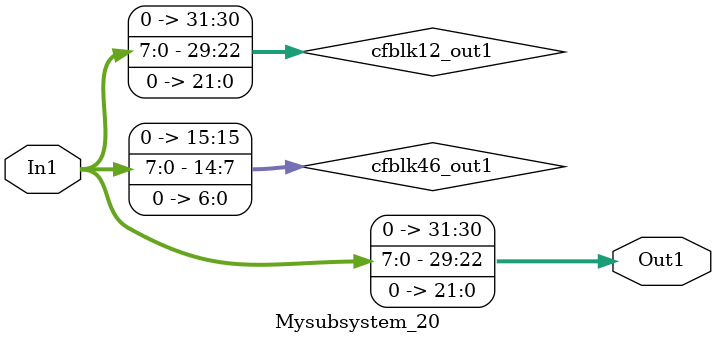
<source format=v>



`timescale 1 ns / 1 ns

module Mysubsystem_20
          (In1,
           Out1);


  input   [7:0] In1;  // uint8
  output  [31:0] Out1;  // ufix32_En22


  wire [15:0] cfblk46_out1;  // ufix16_En7
  wire [31:0] cfblk12_out1;  // ufix32_En22


  assign cfblk46_out1 = {1'b0, {In1, 7'b0000000}};



  assign cfblk12_out1 = {1'b0, {cfblk46_out1, 15'b000000000000000}};



  assign Out1 = cfblk12_out1;

endmodule  // Mysubsystem_20


</source>
